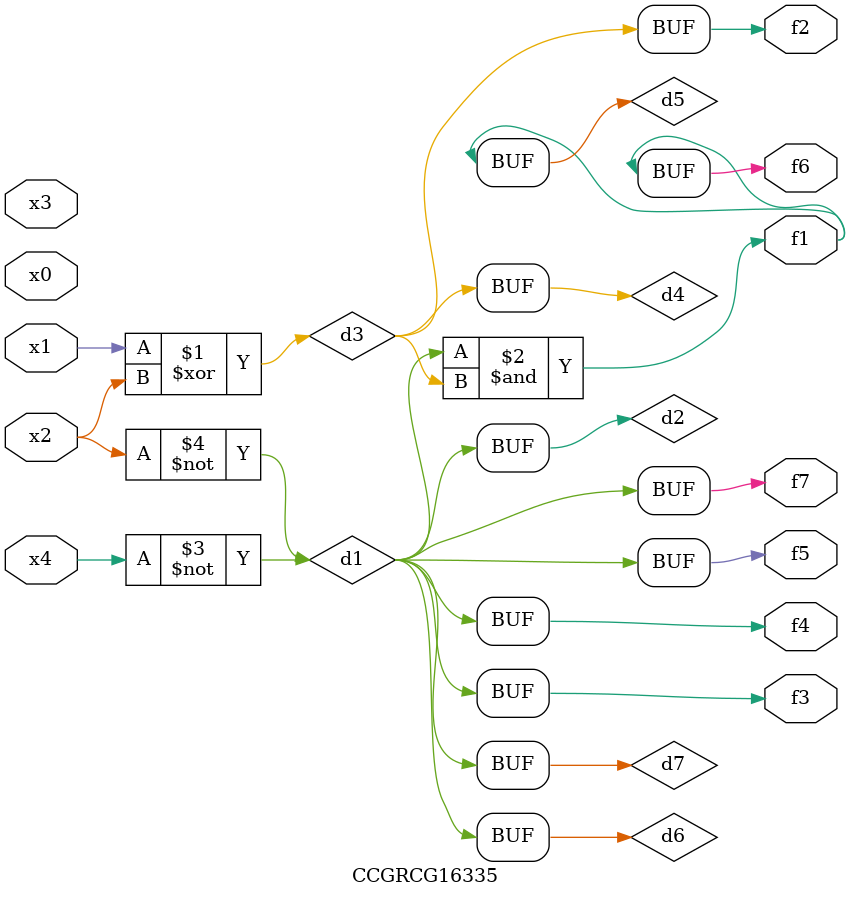
<source format=v>
module CCGRCG16335(
	input x0, x1, x2, x3, x4,
	output f1, f2, f3, f4, f5, f6, f7
);

	wire d1, d2, d3, d4, d5, d6, d7;

	not (d1, x4);
	not (d2, x2);
	xor (d3, x1, x2);
	buf (d4, d3);
	and (d5, d1, d3);
	buf (d6, d1, d2);
	buf (d7, d2);
	assign f1 = d5;
	assign f2 = d4;
	assign f3 = d7;
	assign f4 = d7;
	assign f5 = d7;
	assign f6 = d5;
	assign f7 = d7;
endmodule

</source>
